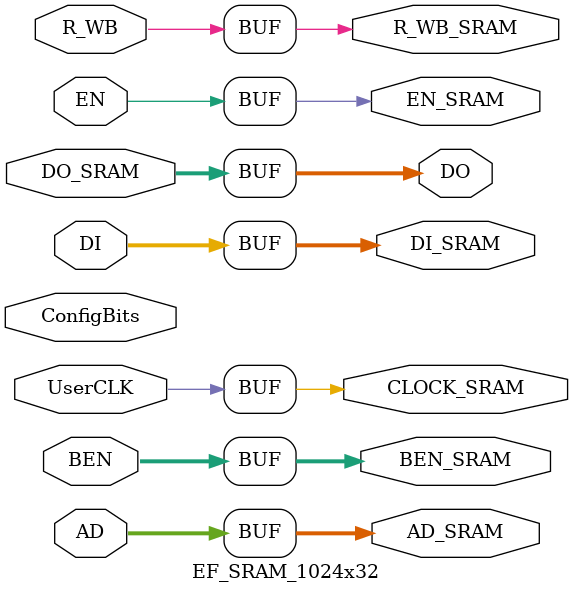
<source format=v>

module EF_SRAM_1024x32 #(parameter NoConfigBits = 0)(
	// ConfigBits has to be adjusted manually (we don't use an arithmetic parser for the value)
	
	// User design
    input  [(32 - 1) : 0] DI,
    input  [(32 - 1) : 0] BEN,
    input  [(10 - 1) : 0] AD,
    input                 EN,
    input                 R_WB,
    	output [(32 - 1) : 0] DO,

	// SRAM
    (* FABulous, EXTERNAL *) output [(32 - 1) : 0] DI_SRAM,
    (* FABulous, EXTERNAL *) output [(32 - 1) : 0] BEN_SRAM,
    (* FABulous, EXTERNAL *) output [(10 - 1) : 0] AD_SRAM,
    (* FABulous, EXTERNAL *) output                EN_SRAM,
    (* FABulous, EXTERNAL *) output                R_WB_SRAM,
    (* FABulous, EXTERNAL *) input  [(32 - 1) : 0] DO_SRAM,
    (* FABulous, EXTERNAL *) output                CLOCK_SRAM,
    
    // External and shared clock
    (* FABulous, EXTERNAL, SHARED_PORT *) input UserCLK,
    
    	(* FABulous, GLOBAL *) input [NoConfigBits-1:0] ConfigBits
);
    
	assign DI_SRAM      = DI;
	assign BEN_SRAM     = BEN;
	assign AD_SRAM      = AD;
	assign EN_SRAM      = EN;
	assign R_WB_SRAM    = R_WB;
	assign DO           = DO_SRAM;
	assign CLOCK_SRAM   = UserCLK;

endmodule

</source>
